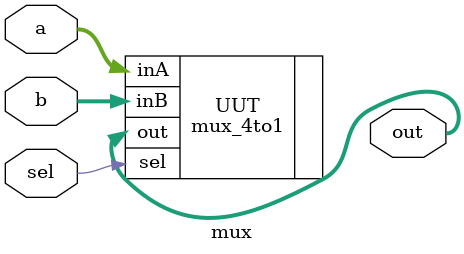
<source format=v>
module mux( 
input [4:0] a, b,
input sel,
output [4:0] out );
// When sel=0, assign a to out. 
// When sel=1, assign b to out. In this case, a and b have the same width.
// Notice out is 5 bits
mux_4to1 UUT( .inA(a), .inB(b), .sel(sel), .out(out)) ;
endmodule

</source>
